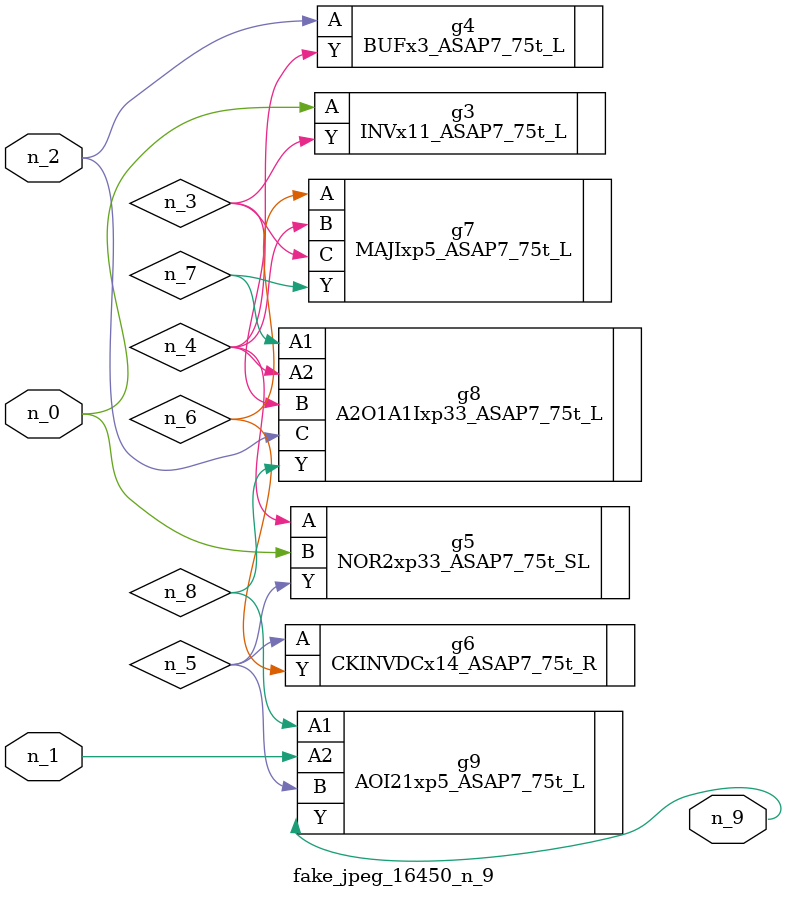
<source format=v>
module fake_jpeg_16450_n_9 (n_0, n_2, n_1, n_9);

input n_0;
input n_2;
input n_1;

output n_9;

wire n_3;
wire n_4;
wire n_8;
wire n_6;
wire n_5;
wire n_7;

INVx11_ASAP7_75t_L g3 ( 
.A(n_0),
.Y(n_3)
);

BUFx3_ASAP7_75t_L g4 ( 
.A(n_2),
.Y(n_4)
);

NOR2xp33_ASAP7_75t_SL g5 ( 
.A(n_4),
.B(n_0),
.Y(n_5)
);

CKINVDCx14_ASAP7_75t_R g6 ( 
.A(n_5),
.Y(n_6)
);

MAJIxp5_ASAP7_75t_L g7 ( 
.A(n_6),
.B(n_4),
.C(n_3),
.Y(n_7)
);

A2O1A1Ixp33_ASAP7_75t_L g8 ( 
.A1(n_7),
.A2(n_4),
.B(n_3),
.C(n_2),
.Y(n_8)
);

AOI21xp5_ASAP7_75t_L g9 ( 
.A1(n_8),
.A2(n_1),
.B(n_5),
.Y(n_9)
);


endmodule
</source>
